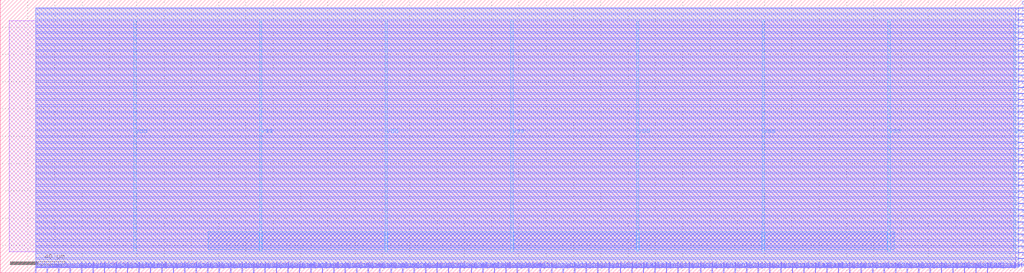
<source format=lef>
VERSION 5.7 ;
  NOWIREEXTENSIONATPIN ON ;
  DIVIDERCHAR "/" ;
  BUSBITCHARS "[]" ;
MACRO merge_memory
  CLASS BLOCK ;
  FOREIGN merge_memory ;
  ORIGIN 0.000 0.000 ;
  SIZE 750.000 BY 200.000 ;
  PIN addr[0]
    DIRECTION INPUT ;
    USE SIGNAL ;
    PORT
      LAYER Metal3 ;
        RECT 746.000 10.080 750.000 10.640 ;
    END
  END addr[0]
  PIN addr[1]
    DIRECTION INPUT ;
    USE SIGNAL ;
    PORT
      LAYER Metal3 ;
        RECT 746.000 14.560 750.000 15.120 ;
    END
  END addr[1]
  PIN addr[2]
    DIRECTION INPUT ;
    USE SIGNAL ;
    PORT
      LAYER Metal3 ;
        RECT 746.000 19.040 750.000 19.600 ;
    END
  END addr[2]
  PIN addr[3]
    DIRECTION INPUT ;
    USE SIGNAL ;
    PORT
      LAYER Metal3 ;
        RECT 746.000 23.520 750.000 24.080 ;
    END
  END addr[3]
  PIN addr[4]
    DIRECTION INPUT ;
    USE SIGNAL ;
    PORT
      LAYER Metal3 ;
        RECT 746.000 28.000 750.000 28.560 ;
    END
  END addr[4]
  PIN addr[5]
    DIRECTION INPUT ;
    USE SIGNAL ;
    PORT
      LAYER Metal3 ;
        RECT 746.000 32.480 750.000 33.040 ;
    END
  END addr[5]
  PIN addr[6]
    DIRECTION INPUT ;
    USE SIGNAL ;
    PORT
      LAYER Metal3 ;
        RECT 746.000 36.960 750.000 37.520 ;
    END
  END addr[6]
  PIN addr[7]
    DIRECTION INPUT ;
    USE SIGNAL ;
    PORT
      LAYER Metal3 ;
        RECT 746.000 41.440 750.000 42.000 ;
    END
  END addr[7]
  PIN addr[8]
    DIRECTION INPUT ;
    USE SIGNAL ;
    PORT
      LAYER Metal3 ;
        RECT 746.000 45.920 750.000 46.480 ;
    END
  END addr[8]
  PIN addr[9]
    DIRECTION INPUT ;
    USE SIGNAL ;
    PORT
      LAYER Metal3 ;
        RECT 746.000 50.400 750.000 50.960 ;
    END
  END addr[9]
  PIN addr_mem0[0]
    DIRECTION OUTPUT TRISTATE ;
    USE SIGNAL ;
    PORT
      LAYER Metal2 ;
        RECT 34.160 0.000 34.720 4.000 ;
    END
  END addr_mem0[0]
  PIN addr_mem0[1]
    DIRECTION OUTPUT TRISTATE ;
    USE SIGNAL ;
    PORT
      LAYER Metal2 ;
        RECT 42.560 0.000 43.120 4.000 ;
    END
  END addr_mem0[1]
  PIN addr_mem0[2]
    DIRECTION OUTPUT TRISTATE ;
    USE SIGNAL ;
    PORT
      LAYER Metal2 ;
        RECT 50.960 0.000 51.520 4.000 ;
    END
  END addr_mem0[2]
  PIN addr_mem0[3]
    DIRECTION OUTPUT TRISTATE ;
    USE SIGNAL ;
    PORT
      LAYER Metal2 ;
        RECT 59.360 0.000 59.920 4.000 ;
    END
  END addr_mem0[3]
  PIN addr_mem0[4]
    DIRECTION OUTPUT TRISTATE ;
    USE SIGNAL ;
    PORT
      LAYER Metal2 ;
        RECT 67.760 0.000 68.320 4.000 ;
    END
  END addr_mem0[4]
  PIN addr_mem0[5]
    DIRECTION OUTPUT TRISTATE ;
    USE SIGNAL ;
    PORT
      LAYER Metal2 ;
        RECT 76.160 0.000 76.720 4.000 ;
    END
  END addr_mem0[5]
  PIN addr_mem0[6]
    DIRECTION OUTPUT TRISTATE ;
    USE SIGNAL ;
    PORT
      LAYER Metal2 ;
        RECT 84.560 0.000 85.120 4.000 ;
    END
  END addr_mem0[6]
  PIN addr_mem0[7]
    DIRECTION OUTPUT TRISTATE ;
    USE SIGNAL ;
    PORT
      LAYER Metal2 ;
        RECT 92.960 0.000 93.520 4.000 ;
    END
  END addr_mem0[7]
  PIN addr_mem0[8]
    DIRECTION OUTPUT TRISTATE ;
    USE SIGNAL ;
    PORT
      LAYER Metal2 ;
        RECT 101.360 0.000 101.920 4.000 ;
    END
  END addr_mem0[8]
  PIN addr_mem1[0]
    DIRECTION OUTPUT TRISTATE ;
    USE SIGNAL ;
    PORT
      LAYER Metal2 ;
        RECT 386.960 0.000 387.520 4.000 ;
    END
  END addr_mem1[0]
  PIN addr_mem1[1]
    DIRECTION OUTPUT TRISTATE ;
    USE SIGNAL ;
    PORT
      LAYER Metal2 ;
        RECT 395.360 0.000 395.920 4.000 ;
    END
  END addr_mem1[1]
  PIN addr_mem1[2]
    DIRECTION OUTPUT TRISTATE ;
    USE SIGNAL ;
    PORT
      LAYER Metal2 ;
        RECT 403.760 0.000 404.320 4.000 ;
    END
  END addr_mem1[2]
  PIN addr_mem1[3]
    DIRECTION OUTPUT TRISTATE ;
    USE SIGNAL ;
    PORT
      LAYER Metal2 ;
        RECT 412.160 0.000 412.720 4.000 ;
    END
  END addr_mem1[3]
  PIN addr_mem1[4]
    DIRECTION OUTPUT TRISTATE ;
    USE SIGNAL ;
    PORT
      LAYER Metal2 ;
        RECT 420.560 0.000 421.120 4.000 ;
    END
  END addr_mem1[4]
  PIN addr_mem1[5]
    DIRECTION OUTPUT TRISTATE ;
    USE SIGNAL ;
    PORT
      LAYER Metal2 ;
        RECT 428.960 0.000 429.520 4.000 ;
    END
  END addr_mem1[5]
  PIN addr_mem1[6]
    DIRECTION OUTPUT TRISTATE ;
    USE SIGNAL ;
    PORT
      LAYER Metal2 ;
        RECT 437.360 0.000 437.920 4.000 ;
    END
  END addr_mem1[6]
  PIN addr_mem1[7]
    DIRECTION OUTPUT TRISTATE ;
    USE SIGNAL ;
    PORT
      LAYER Metal2 ;
        RECT 445.760 0.000 446.320 4.000 ;
    END
  END addr_mem1[7]
  PIN addr_mem1[8]
    DIRECTION OUTPUT TRISTATE ;
    USE SIGNAL ;
    PORT
      LAYER Metal2 ;
        RECT 454.160 0.000 454.720 4.000 ;
    END
  END addr_mem1[8]
  PIN csb
    DIRECTION INPUT ;
    USE SIGNAL ;
    PORT
      LAYER Metal3 ;
        RECT 746.000 5.600 750.000 6.160 ;
    END
  END csb
  PIN csb_mem0
    DIRECTION OUTPUT TRISTATE ;
    USE SIGNAL ;
    PORT
      LAYER Metal2 ;
        RECT 25.760 0.000 26.320 4.000 ;
    END
  END csb_mem0
  PIN csb_mem1
    DIRECTION OUTPUT TRISTATE ;
    USE SIGNAL ;
    PORT
      LAYER Metal2 ;
        RECT 378.560 0.000 379.120 4.000 ;
    END
  END csb_mem1
  PIN dout[0]
    DIRECTION OUTPUT TRISTATE ;
    USE SIGNAL ;
    PORT
      LAYER Metal3 ;
        RECT 746.000 54.880 750.000 55.440 ;
    END
  END dout[0]
  PIN dout[10]
    DIRECTION OUTPUT TRISTATE ;
    USE SIGNAL ;
    PORT
      LAYER Metal3 ;
        RECT 746.000 99.680 750.000 100.240 ;
    END
  END dout[10]
  PIN dout[11]
    DIRECTION OUTPUT TRISTATE ;
    USE SIGNAL ;
    PORT
      LAYER Metal3 ;
        RECT 746.000 104.160 750.000 104.720 ;
    END
  END dout[11]
  PIN dout[12]
    DIRECTION OUTPUT TRISTATE ;
    USE SIGNAL ;
    PORT
      LAYER Metal3 ;
        RECT 746.000 108.640 750.000 109.200 ;
    END
  END dout[12]
  PIN dout[13]
    DIRECTION OUTPUT TRISTATE ;
    USE SIGNAL ;
    PORT
      LAYER Metal3 ;
        RECT 746.000 113.120 750.000 113.680 ;
    END
  END dout[13]
  PIN dout[14]
    DIRECTION OUTPUT TRISTATE ;
    USE SIGNAL ;
    PORT
      LAYER Metal3 ;
        RECT 746.000 117.600 750.000 118.160 ;
    END
  END dout[14]
  PIN dout[15]
    DIRECTION OUTPUT TRISTATE ;
    USE SIGNAL ;
    PORT
      LAYER Metal3 ;
        RECT 746.000 122.080 750.000 122.640 ;
    END
  END dout[15]
  PIN dout[16]
    DIRECTION OUTPUT TRISTATE ;
    USE SIGNAL ;
    PORT
      LAYER Metal3 ;
        RECT 746.000 126.560 750.000 127.120 ;
    END
  END dout[16]
  PIN dout[17]
    DIRECTION OUTPUT TRISTATE ;
    USE SIGNAL ;
    PORT
      LAYER Metal3 ;
        RECT 746.000 131.040 750.000 131.600 ;
    END
  END dout[17]
  PIN dout[18]
    DIRECTION OUTPUT TRISTATE ;
    USE SIGNAL ;
    PORT
      LAYER Metal3 ;
        RECT 746.000 135.520 750.000 136.080 ;
    END
  END dout[18]
  PIN dout[19]
    DIRECTION OUTPUT TRISTATE ;
    USE SIGNAL ;
    PORT
      LAYER Metal3 ;
        RECT 746.000 140.000 750.000 140.560 ;
    END
  END dout[19]
  PIN dout[1]
    DIRECTION OUTPUT TRISTATE ;
    USE SIGNAL ;
    PORT
      LAYER Metal3 ;
        RECT 746.000 59.360 750.000 59.920 ;
    END
  END dout[1]
  PIN dout[20]
    DIRECTION OUTPUT TRISTATE ;
    USE SIGNAL ;
    PORT
      LAYER Metal3 ;
        RECT 746.000 144.480 750.000 145.040 ;
    END
  END dout[20]
  PIN dout[21]
    DIRECTION OUTPUT TRISTATE ;
    USE SIGNAL ;
    PORT
      LAYER Metal3 ;
        RECT 746.000 148.960 750.000 149.520 ;
    END
  END dout[21]
  PIN dout[22]
    DIRECTION OUTPUT TRISTATE ;
    USE SIGNAL ;
    PORT
      LAYER Metal3 ;
        RECT 746.000 153.440 750.000 154.000 ;
    END
  END dout[22]
  PIN dout[23]
    DIRECTION OUTPUT TRISTATE ;
    USE SIGNAL ;
    PORT
      LAYER Metal3 ;
        RECT 746.000 157.920 750.000 158.480 ;
    END
  END dout[23]
  PIN dout[24]
    DIRECTION OUTPUT TRISTATE ;
    USE SIGNAL ;
    PORT
      LAYER Metal3 ;
        RECT 746.000 162.400 750.000 162.960 ;
    END
  END dout[24]
  PIN dout[25]
    DIRECTION OUTPUT TRISTATE ;
    USE SIGNAL ;
    PORT
      LAYER Metal3 ;
        RECT 746.000 166.880 750.000 167.440 ;
    END
  END dout[25]
  PIN dout[26]
    DIRECTION OUTPUT TRISTATE ;
    USE SIGNAL ;
    PORT
      LAYER Metal3 ;
        RECT 746.000 171.360 750.000 171.920 ;
    END
  END dout[26]
  PIN dout[27]
    DIRECTION OUTPUT TRISTATE ;
    USE SIGNAL ;
    PORT
      LAYER Metal3 ;
        RECT 746.000 175.840 750.000 176.400 ;
    END
  END dout[27]
  PIN dout[28]
    DIRECTION OUTPUT TRISTATE ;
    USE SIGNAL ;
    PORT
      LAYER Metal3 ;
        RECT 746.000 180.320 750.000 180.880 ;
    END
  END dout[28]
  PIN dout[29]
    DIRECTION OUTPUT TRISTATE ;
    USE SIGNAL ;
    PORT
      LAYER Metal3 ;
        RECT 746.000 184.800 750.000 185.360 ;
    END
  END dout[29]
  PIN dout[2]
    DIRECTION OUTPUT TRISTATE ;
    USE SIGNAL ;
    PORT
      LAYER Metal3 ;
        RECT 746.000 63.840 750.000 64.400 ;
    END
  END dout[2]
  PIN dout[30]
    DIRECTION OUTPUT TRISTATE ;
    USE SIGNAL ;
    PORT
      LAYER Metal3 ;
        RECT 746.000 189.280 750.000 189.840 ;
    END
  END dout[30]
  PIN dout[31]
    DIRECTION OUTPUT TRISTATE ;
    USE SIGNAL ;
    PORT
      LAYER Metal3 ;
        RECT 746.000 193.760 750.000 194.320 ;
    END
  END dout[31]
  PIN dout[3]
    DIRECTION OUTPUT TRISTATE ;
    USE SIGNAL ;
    PORT
      LAYER Metal3 ;
        RECT 746.000 68.320 750.000 68.880 ;
    END
  END dout[3]
  PIN dout[4]
    DIRECTION OUTPUT TRISTATE ;
    USE SIGNAL ;
    PORT
      LAYER Metal3 ;
        RECT 746.000 72.800 750.000 73.360 ;
    END
  END dout[4]
  PIN dout[5]
    DIRECTION OUTPUT TRISTATE ;
    USE SIGNAL ;
    PORT
      LAYER Metal3 ;
        RECT 746.000 77.280 750.000 77.840 ;
    END
  END dout[5]
  PIN dout[6]
    DIRECTION OUTPUT TRISTATE ;
    USE SIGNAL ;
    PORT
      LAYER Metal3 ;
        RECT 746.000 81.760 750.000 82.320 ;
    END
  END dout[6]
  PIN dout[7]
    DIRECTION OUTPUT TRISTATE ;
    USE SIGNAL ;
    PORT
      LAYER Metal3 ;
        RECT 746.000 86.240 750.000 86.800 ;
    END
  END dout[7]
  PIN dout[8]
    DIRECTION OUTPUT TRISTATE ;
    USE SIGNAL ;
    PORT
      LAYER Metal3 ;
        RECT 746.000 90.720 750.000 91.280 ;
    END
  END dout[8]
  PIN dout[9]
    DIRECTION OUTPUT TRISTATE ;
    USE SIGNAL ;
    PORT
      LAYER Metal3 ;
        RECT 746.000 95.200 750.000 95.760 ;
    END
  END dout[9]
  PIN dout_mem0[0]
    DIRECTION INPUT ;
    USE SIGNAL ;
    PORT
      LAYER Metal2 ;
        RECT 109.760 0.000 110.320 4.000 ;
    END
  END dout_mem0[0]
  PIN dout_mem0[10]
    DIRECTION INPUT ;
    USE SIGNAL ;
    PORT
      LAYER Metal2 ;
        RECT 193.760 0.000 194.320 4.000 ;
    END
  END dout_mem0[10]
  PIN dout_mem0[11]
    DIRECTION INPUT ;
    USE SIGNAL ;
    PORT
      LAYER Metal2 ;
        RECT 202.160 0.000 202.720 4.000 ;
    END
  END dout_mem0[11]
  PIN dout_mem0[12]
    DIRECTION INPUT ;
    USE SIGNAL ;
    PORT
      LAYER Metal2 ;
        RECT 210.560 0.000 211.120 4.000 ;
    END
  END dout_mem0[12]
  PIN dout_mem0[13]
    DIRECTION INPUT ;
    USE SIGNAL ;
    PORT
      LAYER Metal2 ;
        RECT 218.960 0.000 219.520 4.000 ;
    END
  END dout_mem0[13]
  PIN dout_mem0[14]
    DIRECTION INPUT ;
    USE SIGNAL ;
    PORT
      LAYER Metal2 ;
        RECT 227.360 0.000 227.920 4.000 ;
    END
  END dout_mem0[14]
  PIN dout_mem0[15]
    DIRECTION INPUT ;
    USE SIGNAL ;
    PORT
      LAYER Metal2 ;
        RECT 235.760 0.000 236.320 4.000 ;
    END
  END dout_mem0[15]
  PIN dout_mem0[16]
    DIRECTION INPUT ;
    USE SIGNAL ;
    PORT
      LAYER Metal2 ;
        RECT 244.160 0.000 244.720 4.000 ;
    END
  END dout_mem0[16]
  PIN dout_mem0[17]
    DIRECTION INPUT ;
    USE SIGNAL ;
    PORT
      LAYER Metal2 ;
        RECT 252.560 0.000 253.120 4.000 ;
    END
  END dout_mem0[17]
  PIN dout_mem0[18]
    DIRECTION INPUT ;
    USE SIGNAL ;
    PORT
      LAYER Metal2 ;
        RECT 260.960 0.000 261.520 4.000 ;
    END
  END dout_mem0[18]
  PIN dout_mem0[19]
    DIRECTION INPUT ;
    USE SIGNAL ;
    PORT
      LAYER Metal2 ;
        RECT 269.360 0.000 269.920 4.000 ;
    END
  END dout_mem0[19]
  PIN dout_mem0[1]
    DIRECTION INPUT ;
    USE SIGNAL ;
    PORT
      LAYER Metal2 ;
        RECT 118.160 0.000 118.720 4.000 ;
    END
  END dout_mem0[1]
  PIN dout_mem0[20]
    DIRECTION INPUT ;
    USE SIGNAL ;
    PORT
      LAYER Metal2 ;
        RECT 277.760 0.000 278.320 4.000 ;
    END
  END dout_mem0[20]
  PIN dout_mem0[21]
    DIRECTION INPUT ;
    USE SIGNAL ;
    PORT
      LAYER Metal2 ;
        RECT 286.160 0.000 286.720 4.000 ;
    END
  END dout_mem0[21]
  PIN dout_mem0[22]
    DIRECTION INPUT ;
    USE SIGNAL ;
    PORT
      LAYER Metal2 ;
        RECT 294.560 0.000 295.120 4.000 ;
    END
  END dout_mem0[22]
  PIN dout_mem0[23]
    DIRECTION INPUT ;
    USE SIGNAL ;
    PORT
      LAYER Metal2 ;
        RECT 302.960 0.000 303.520 4.000 ;
    END
  END dout_mem0[23]
  PIN dout_mem0[24]
    DIRECTION INPUT ;
    USE SIGNAL ;
    PORT
      LAYER Metal2 ;
        RECT 311.360 0.000 311.920 4.000 ;
    END
  END dout_mem0[24]
  PIN dout_mem0[25]
    DIRECTION INPUT ;
    USE SIGNAL ;
    PORT
      LAYER Metal2 ;
        RECT 319.760 0.000 320.320 4.000 ;
    END
  END dout_mem0[25]
  PIN dout_mem0[26]
    DIRECTION INPUT ;
    USE SIGNAL ;
    PORT
      LAYER Metal2 ;
        RECT 328.160 0.000 328.720 4.000 ;
    END
  END dout_mem0[26]
  PIN dout_mem0[27]
    DIRECTION INPUT ;
    USE SIGNAL ;
    PORT
      LAYER Metal2 ;
        RECT 336.560 0.000 337.120 4.000 ;
    END
  END dout_mem0[27]
  PIN dout_mem0[28]
    DIRECTION INPUT ;
    USE SIGNAL ;
    PORT
      LAYER Metal2 ;
        RECT 344.960 0.000 345.520 4.000 ;
    END
  END dout_mem0[28]
  PIN dout_mem0[29]
    DIRECTION INPUT ;
    USE SIGNAL ;
    PORT
      LAYER Metal2 ;
        RECT 353.360 0.000 353.920 4.000 ;
    END
  END dout_mem0[29]
  PIN dout_mem0[2]
    DIRECTION INPUT ;
    USE SIGNAL ;
    PORT
      LAYER Metal2 ;
        RECT 126.560 0.000 127.120 4.000 ;
    END
  END dout_mem0[2]
  PIN dout_mem0[30]
    DIRECTION INPUT ;
    USE SIGNAL ;
    PORT
      LAYER Metal2 ;
        RECT 361.760 0.000 362.320 4.000 ;
    END
  END dout_mem0[30]
  PIN dout_mem0[31]
    DIRECTION INPUT ;
    USE SIGNAL ;
    PORT
      LAYER Metal2 ;
        RECT 370.160 0.000 370.720 4.000 ;
    END
  END dout_mem0[31]
  PIN dout_mem0[3]
    DIRECTION INPUT ;
    USE SIGNAL ;
    PORT
      LAYER Metal2 ;
        RECT 134.960 0.000 135.520 4.000 ;
    END
  END dout_mem0[3]
  PIN dout_mem0[4]
    DIRECTION INPUT ;
    USE SIGNAL ;
    PORT
      LAYER Metal2 ;
        RECT 143.360 0.000 143.920 4.000 ;
    END
  END dout_mem0[4]
  PIN dout_mem0[5]
    DIRECTION INPUT ;
    USE SIGNAL ;
    PORT
      LAYER Metal2 ;
        RECT 151.760 0.000 152.320 4.000 ;
    END
  END dout_mem0[5]
  PIN dout_mem0[6]
    DIRECTION INPUT ;
    USE SIGNAL ;
    PORT
      LAYER Metal2 ;
        RECT 160.160 0.000 160.720 4.000 ;
    END
  END dout_mem0[6]
  PIN dout_mem0[7]
    DIRECTION INPUT ;
    USE SIGNAL ;
    PORT
      LAYER Metal2 ;
        RECT 168.560 0.000 169.120 4.000 ;
    END
  END dout_mem0[7]
  PIN dout_mem0[8]
    DIRECTION INPUT ;
    USE SIGNAL ;
    PORT
      LAYER Metal2 ;
        RECT 176.960 0.000 177.520 4.000 ;
    END
  END dout_mem0[8]
  PIN dout_mem0[9]
    DIRECTION INPUT ;
    USE SIGNAL ;
    PORT
      LAYER Metal2 ;
        RECT 185.360 0.000 185.920 4.000 ;
    END
  END dout_mem0[9]
  PIN dout_mem1[0]
    DIRECTION INPUT ;
    USE SIGNAL ;
    PORT
      LAYER Metal2 ;
        RECT 462.560 0.000 463.120 4.000 ;
    END
  END dout_mem1[0]
  PIN dout_mem1[10]
    DIRECTION INPUT ;
    USE SIGNAL ;
    PORT
      LAYER Metal2 ;
        RECT 546.560 0.000 547.120 4.000 ;
    END
  END dout_mem1[10]
  PIN dout_mem1[11]
    DIRECTION INPUT ;
    USE SIGNAL ;
    PORT
      LAYER Metal2 ;
        RECT 554.960 0.000 555.520 4.000 ;
    END
  END dout_mem1[11]
  PIN dout_mem1[12]
    DIRECTION INPUT ;
    USE SIGNAL ;
    PORT
      LAYER Metal2 ;
        RECT 563.360 0.000 563.920 4.000 ;
    END
  END dout_mem1[12]
  PIN dout_mem1[13]
    DIRECTION INPUT ;
    USE SIGNAL ;
    PORT
      LAYER Metal2 ;
        RECT 571.760 0.000 572.320 4.000 ;
    END
  END dout_mem1[13]
  PIN dout_mem1[14]
    DIRECTION INPUT ;
    USE SIGNAL ;
    PORT
      LAYER Metal2 ;
        RECT 580.160 0.000 580.720 4.000 ;
    END
  END dout_mem1[14]
  PIN dout_mem1[15]
    DIRECTION INPUT ;
    USE SIGNAL ;
    PORT
      LAYER Metal2 ;
        RECT 588.560 0.000 589.120 4.000 ;
    END
  END dout_mem1[15]
  PIN dout_mem1[16]
    DIRECTION INPUT ;
    USE SIGNAL ;
    PORT
      LAYER Metal2 ;
        RECT 596.960 0.000 597.520 4.000 ;
    END
  END dout_mem1[16]
  PIN dout_mem1[17]
    DIRECTION INPUT ;
    USE SIGNAL ;
    PORT
      LAYER Metal2 ;
        RECT 605.360 0.000 605.920 4.000 ;
    END
  END dout_mem1[17]
  PIN dout_mem1[18]
    DIRECTION INPUT ;
    USE SIGNAL ;
    PORT
      LAYER Metal2 ;
        RECT 613.760 0.000 614.320 4.000 ;
    END
  END dout_mem1[18]
  PIN dout_mem1[19]
    DIRECTION INPUT ;
    USE SIGNAL ;
    PORT
      LAYER Metal2 ;
        RECT 622.160 0.000 622.720 4.000 ;
    END
  END dout_mem1[19]
  PIN dout_mem1[1]
    DIRECTION INPUT ;
    USE SIGNAL ;
    PORT
      LAYER Metal2 ;
        RECT 470.960 0.000 471.520 4.000 ;
    END
  END dout_mem1[1]
  PIN dout_mem1[20]
    DIRECTION INPUT ;
    USE SIGNAL ;
    PORT
      LAYER Metal2 ;
        RECT 630.560 0.000 631.120 4.000 ;
    END
  END dout_mem1[20]
  PIN dout_mem1[21]
    DIRECTION INPUT ;
    USE SIGNAL ;
    PORT
      LAYER Metal2 ;
        RECT 638.960 0.000 639.520 4.000 ;
    END
  END dout_mem1[21]
  PIN dout_mem1[22]
    DIRECTION INPUT ;
    USE SIGNAL ;
    PORT
      LAYER Metal2 ;
        RECT 647.360 0.000 647.920 4.000 ;
    END
  END dout_mem1[22]
  PIN dout_mem1[23]
    DIRECTION INPUT ;
    USE SIGNAL ;
    PORT
      LAYER Metal2 ;
        RECT 655.760 0.000 656.320 4.000 ;
    END
  END dout_mem1[23]
  PIN dout_mem1[24]
    DIRECTION INPUT ;
    USE SIGNAL ;
    PORT
      LAYER Metal2 ;
        RECT 664.160 0.000 664.720 4.000 ;
    END
  END dout_mem1[24]
  PIN dout_mem1[25]
    DIRECTION INPUT ;
    USE SIGNAL ;
    PORT
      LAYER Metal2 ;
        RECT 672.560 0.000 673.120 4.000 ;
    END
  END dout_mem1[25]
  PIN dout_mem1[26]
    DIRECTION INPUT ;
    USE SIGNAL ;
    PORT
      LAYER Metal2 ;
        RECT 680.960 0.000 681.520 4.000 ;
    END
  END dout_mem1[26]
  PIN dout_mem1[27]
    DIRECTION INPUT ;
    USE SIGNAL ;
    PORT
      LAYER Metal2 ;
        RECT 689.360 0.000 689.920 4.000 ;
    END
  END dout_mem1[27]
  PIN dout_mem1[28]
    DIRECTION INPUT ;
    USE SIGNAL ;
    PORT
      LAYER Metal2 ;
        RECT 697.760 0.000 698.320 4.000 ;
    END
  END dout_mem1[28]
  PIN dout_mem1[29]
    DIRECTION INPUT ;
    USE SIGNAL ;
    PORT
      LAYER Metal2 ;
        RECT 706.160 0.000 706.720 4.000 ;
    END
  END dout_mem1[29]
  PIN dout_mem1[2]
    DIRECTION INPUT ;
    USE SIGNAL ;
    PORT
      LAYER Metal2 ;
        RECT 479.360 0.000 479.920 4.000 ;
    END
  END dout_mem1[2]
  PIN dout_mem1[30]
    DIRECTION INPUT ;
    USE SIGNAL ;
    PORT
      LAYER Metal2 ;
        RECT 714.560 0.000 715.120 4.000 ;
    END
  END dout_mem1[30]
  PIN dout_mem1[31]
    DIRECTION INPUT ;
    USE SIGNAL ;
    PORT
      LAYER Metal2 ;
        RECT 722.960 0.000 723.520 4.000 ;
    END
  END dout_mem1[31]
  PIN dout_mem1[3]
    DIRECTION INPUT ;
    USE SIGNAL ;
    PORT
      LAYER Metal2 ;
        RECT 487.760 0.000 488.320 4.000 ;
    END
  END dout_mem1[3]
  PIN dout_mem1[4]
    DIRECTION INPUT ;
    USE SIGNAL ;
    PORT
      LAYER Metal2 ;
        RECT 496.160 0.000 496.720 4.000 ;
    END
  END dout_mem1[4]
  PIN dout_mem1[5]
    DIRECTION INPUT ;
    USE SIGNAL ;
    PORT
      LAYER Metal2 ;
        RECT 504.560 0.000 505.120 4.000 ;
    END
  END dout_mem1[5]
  PIN dout_mem1[6]
    DIRECTION INPUT ;
    USE SIGNAL ;
    PORT
      LAYER Metal2 ;
        RECT 512.960 0.000 513.520 4.000 ;
    END
  END dout_mem1[6]
  PIN dout_mem1[7]
    DIRECTION INPUT ;
    USE SIGNAL ;
    PORT
      LAYER Metal2 ;
        RECT 521.360 0.000 521.920 4.000 ;
    END
  END dout_mem1[7]
  PIN dout_mem1[8]
    DIRECTION INPUT ;
    USE SIGNAL ;
    PORT
      LAYER Metal2 ;
        RECT 529.760 0.000 530.320 4.000 ;
    END
  END dout_mem1[8]
  PIN dout_mem1[9]
    DIRECTION INPUT ;
    USE SIGNAL ;
    PORT
      LAYER Metal2 ;
        RECT 538.160 0.000 538.720 4.000 ;
    END
  END dout_mem1[9]
  PIN vdd
    DIRECTION INOUT ;
    USE POWER ;
    PORT
      LAYER Metal4 ;
        RECT 97.970 15.380 99.570 184.540 ;
    END
    PORT
      LAYER Metal4 ;
        RECT 282.070 15.380 283.670 184.540 ;
    END
    PORT
      LAYER Metal4 ;
        RECT 466.170 15.380 467.770 184.540 ;
    END
    PORT
      LAYER Metal4 ;
        RECT 650.270 15.380 651.870 184.540 ;
    END
  END vdd
  PIN vss
    DIRECTION INOUT ;
    USE GROUND ;
    PORT
      LAYER Metal4 ;
        RECT 190.020 15.380 191.620 184.540 ;
    END
    PORT
      LAYER Metal4 ;
        RECT 374.120 15.380 375.720 184.540 ;
    END
    PORT
      LAYER Metal4 ;
        RECT 558.220 15.380 559.820 184.540 ;
    END
    PORT
      LAYER Metal4 ;
        RECT 742.320 15.380 743.920 184.540 ;
    END
  END vss
  OBS
      LAYER Metal1 ;
        RECT 6.720 15.380 743.920 184.540 ;
      LAYER Metal2 ;
        RECT 25.900 4.300 743.780 194.230 ;
        RECT 26.620 3.500 33.860 4.300 ;
        RECT 35.020 3.500 42.260 4.300 ;
        RECT 43.420 3.500 50.660 4.300 ;
        RECT 51.820 3.500 59.060 4.300 ;
        RECT 60.220 3.500 67.460 4.300 ;
        RECT 68.620 3.500 75.860 4.300 ;
        RECT 77.020 3.500 84.260 4.300 ;
        RECT 85.420 3.500 92.660 4.300 ;
        RECT 93.820 3.500 101.060 4.300 ;
        RECT 102.220 3.500 109.460 4.300 ;
        RECT 110.620 3.500 117.860 4.300 ;
        RECT 119.020 3.500 126.260 4.300 ;
        RECT 127.420 3.500 134.660 4.300 ;
        RECT 135.820 3.500 143.060 4.300 ;
        RECT 144.220 3.500 151.460 4.300 ;
        RECT 152.620 3.500 159.860 4.300 ;
        RECT 161.020 3.500 168.260 4.300 ;
        RECT 169.420 3.500 176.660 4.300 ;
        RECT 177.820 3.500 185.060 4.300 ;
        RECT 186.220 3.500 193.460 4.300 ;
        RECT 194.620 3.500 201.860 4.300 ;
        RECT 203.020 3.500 210.260 4.300 ;
        RECT 211.420 3.500 218.660 4.300 ;
        RECT 219.820 3.500 227.060 4.300 ;
        RECT 228.220 3.500 235.460 4.300 ;
        RECT 236.620 3.500 243.860 4.300 ;
        RECT 245.020 3.500 252.260 4.300 ;
        RECT 253.420 3.500 260.660 4.300 ;
        RECT 261.820 3.500 269.060 4.300 ;
        RECT 270.220 3.500 277.460 4.300 ;
        RECT 278.620 3.500 285.860 4.300 ;
        RECT 287.020 3.500 294.260 4.300 ;
        RECT 295.420 3.500 302.660 4.300 ;
        RECT 303.820 3.500 311.060 4.300 ;
        RECT 312.220 3.500 319.460 4.300 ;
        RECT 320.620 3.500 327.860 4.300 ;
        RECT 329.020 3.500 336.260 4.300 ;
        RECT 337.420 3.500 344.660 4.300 ;
        RECT 345.820 3.500 353.060 4.300 ;
        RECT 354.220 3.500 361.460 4.300 ;
        RECT 362.620 3.500 369.860 4.300 ;
        RECT 371.020 3.500 378.260 4.300 ;
        RECT 379.420 3.500 386.660 4.300 ;
        RECT 387.820 3.500 395.060 4.300 ;
        RECT 396.220 3.500 403.460 4.300 ;
        RECT 404.620 3.500 411.860 4.300 ;
        RECT 413.020 3.500 420.260 4.300 ;
        RECT 421.420 3.500 428.660 4.300 ;
        RECT 429.820 3.500 437.060 4.300 ;
        RECT 438.220 3.500 445.460 4.300 ;
        RECT 446.620 3.500 453.860 4.300 ;
        RECT 455.020 3.500 462.260 4.300 ;
        RECT 463.420 3.500 470.660 4.300 ;
        RECT 471.820 3.500 479.060 4.300 ;
        RECT 480.220 3.500 487.460 4.300 ;
        RECT 488.620 3.500 495.860 4.300 ;
        RECT 497.020 3.500 504.260 4.300 ;
        RECT 505.420 3.500 512.660 4.300 ;
        RECT 513.820 3.500 521.060 4.300 ;
        RECT 522.220 3.500 529.460 4.300 ;
        RECT 530.620 3.500 537.860 4.300 ;
        RECT 539.020 3.500 546.260 4.300 ;
        RECT 547.420 3.500 554.660 4.300 ;
        RECT 555.820 3.500 563.060 4.300 ;
        RECT 564.220 3.500 571.460 4.300 ;
        RECT 572.620 3.500 579.860 4.300 ;
        RECT 581.020 3.500 588.260 4.300 ;
        RECT 589.420 3.500 596.660 4.300 ;
        RECT 597.820 3.500 605.060 4.300 ;
        RECT 606.220 3.500 613.460 4.300 ;
        RECT 614.620 3.500 621.860 4.300 ;
        RECT 623.020 3.500 630.260 4.300 ;
        RECT 631.420 3.500 638.660 4.300 ;
        RECT 639.820 3.500 647.060 4.300 ;
        RECT 648.220 3.500 655.460 4.300 ;
        RECT 656.620 3.500 663.860 4.300 ;
        RECT 665.020 3.500 672.260 4.300 ;
        RECT 673.420 3.500 680.660 4.300 ;
        RECT 681.820 3.500 689.060 4.300 ;
        RECT 690.220 3.500 697.460 4.300 ;
        RECT 698.620 3.500 705.860 4.300 ;
        RECT 707.020 3.500 714.260 4.300 ;
        RECT 715.420 3.500 722.660 4.300 ;
        RECT 723.820 3.500 743.780 4.300 ;
      LAYER Metal3 ;
        RECT 25.850 193.460 745.700 194.180 ;
        RECT 25.850 190.140 746.000 193.460 ;
        RECT 25.850 188.980 745.700 190.140 ;
        RECT 25.850 185.660 746.000 188.980 ;
        RECT 25.850 184.500 745.700 185.660 ;
        RECT 25.850 181.180 746.000 184.500 ;
        RECT 25.850 180.020 745.700 181.180 ;
        RECT 25.850 176.700 746.000 180.020 ;
        RECT 25.850 175.540 745.700 176.700 ;
        RECT 25.850 172.220 746.000 175.540 ;
        RECT 25.850 171.060 745.700 172.220 ;
        RECT 25.850 167.740 746.000 171.060 ;
        RECT 25.850 166.580 745.700 167.740 ;
        RECT 25.850 163.260 746.000 166.580 ;
        RECT 25.850 162.100 745.700 163.260 ;
        RECT 25.850 158.780 746.000 162.100 ;
        RECT 25.850 157.620 745.700 158.780 ;
        RECT 25.850 154.300 746.000 157.620 ;
        RECT 25.850 153.140 745.700 154.300 ;
        RECT 25.850 149.820 746.000 153.140 ;
        RECT 25.850 148.660 745.700 149.820 ;
        RECT 25.850 145.340 746.000 148.660 ;
        RECT 25.850 144.180 745.700 145.340 ;
        RECT 25.850 140.860 746.000 144.180 ;
        RECT 25.850 139.700 745.700 140.860 ;
        RECT 25.850 136.380 746.000 139.700 ;
        RECT 25.850 135.220 745.700 136.380 ;
        RECT 25.850 131.900 746.000 135.220 ;
        RECT 25.850 130.740 745.700 131.900 ;
        RECT 25.850 127.420 746.000 130.740 ;
        RECT 25.850 126.260 745.700 127.420 ;
        RECT 25.850 122.940 746.000 126.260 ;
        RECT 25.850 121.780 745.700 122.940 ;
        RECT 25.850 118.460 746.000 121.780 ;
        RECT 25.850 117.300 745.700 118.460 ;
        RECT 25.850 113.980 746.000 117.300 ;
        RECT 25.850 112.820 745.700 113.980 ;
        RECT 25.850 109.500 746.000 112.820 ;
        RECT 25.850 108.340 745.700 109.500 ;
        RECT 25.850 105.020 746.000 108.340 ;
        RECT 25.850 103.860 745.700 105.020 ;
        RECT 25.850 100.540 746.000 103.860 ;
        RECT 25.850 99.380 745.700 100.540 ;
        RECT 25.850 96.060 746.000 99.380 ;
        RECT 25.850 94.900 745.700 96.060 ;
        RECT 25.850 91.580 746.000 94.900 ;
        RECT 25.850 90.420 745.700 91.580 ;
        RECT 25.850 87.100 746.000 90.420 ;
        RECT 25.850 85.940 745.700 87.100 ;
        RECT 25.850 82.620 746.000 85.940 ;
        RECT 25.850 81.460 745.700 82.620 ;
        RECT 25.850 78.140 746.000 81.460 ;
        RECT 25.850 76.980 745.700 78.140 ;
        RECT 25.850 73.660 746.000 76.980 ;
        RECT 25.850 72.500 745.700 73.660 ;
        RECT 25.850 69.180 746.000 72.500 ;
        RECT 25.850 68.020 745.700 69.180 ;
        RECT 25.850 64.700 746.000 68.020 ;
        RECT 25.850 63.540 745.700 64.700 ;
        RECT 25.850 60.220 746.000 63.540 ;
        RECT 25.850 59.060 745.700 60.220 ;
        RECT 25.850 55.740 746.000 59.060 ;
        RECT 25.850 54.580 745.700 55.740 ;
        RECT 25.850 51.260 746.000 54.580 ;
        RECT 25.850 50.100 745.700 51.260 ;
        RECT 25.850 46.780 746.000 50.100 ;
        RECT 25.850 45.620 745.700 46.780 ;
        RECT 25.850 42.300 746.000 45.620 ;
        RECT 25.850 41.140 745.700 42.300 ;
        RECT 25.850 37.820 746.000 41.140 ;
        RECT 25.850 36.660 745.700 37.820 ;
        RECT 25.850 33.340 746.000 36.660 ;
        RECT 25.850 32.180 745.700 33.340 ;
        RECT 25.850 28.860 746.000 32.180 ;
        RECT 25.850 27.700 745.700 28.860 ;
        RECT 25.850 24.380 746.000 27.700 ;
        RECT 25.850 23.220 745.700 24.380 ;
        RECT 25.850 19.900 746.000 23.220 ;
        RECT 25.850 18.740 745.700 19.900 ;
        RECT 25.850 15.420 746.000 18.740 ;
        RECT 25.850 14.260 745.700 15.420 ;
        RECT 25.850 10.940 746.000 14.260 ;
        RECT 25.850 9.780 745.700 10.940 ;
        RECT 25.850 6.460 746.000 9.780 ;
        RECT 25.850 5.300 745.700 6.460 ;
        RECT 25.850 4.060 746.000 5.300 ;
      LAYER Metal4 ;
        RECT 152.460 16.890 189.720 30.150 ;
        RECT 191.920 16.890 281.770 30.150 ;
        RECT 283.970 16.890 373.820 30.150 ;
        RECT 376.020 16.890 465.870 30.150 ;
        RECT 468.070 16.890 557.920 30.150 ;
        RECT 560.120 16.890 649.970 30.150 ;
        RECT 652.170 16.890 655.060 30.150 ;
  END
END merge_memory
END LIBRARY


</source>
